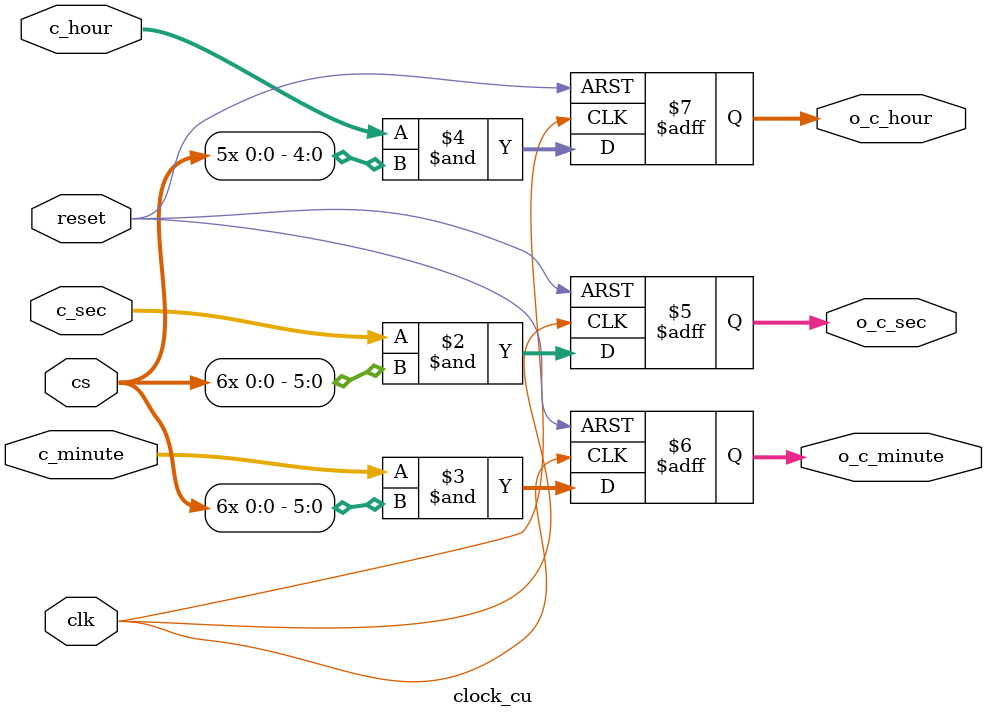
<source format=v>
`timescale 1ns / 1ps

module clock_cu(
    input       clk, 
    input       reset,
    input       [5:0]  c_sec,
    input       [5:0]  c_minute,
    input       [4:0]  c_hour,
    input       cs,
    output      reg [5:0] o_c_sec,     // 비트 폭 수정 (6비트)
    output      reg [5:0] o_c_minute,  // 비트 폭 수정 (6비트)
    output      reg [4:0] o_c_hour     // 비트 폭 수정 (5비트)
    );

    always @(posedge clk, posedge reset) begin
        if (reset) begin
            o_c_sec <= 0;
            o_c_minute <= 0;
            o_c_hour <= 0;
        end else begin
            // cs를 복제하여 각 시간 비트와 AND 연산
            o_c_sec <= c_sec & {6{cs}};
            o_c_minute <= c_minute & {6{cs}};
            o_c_hour <= c_hour & {5{cs}};
        end
    end
endmodule

</source>
